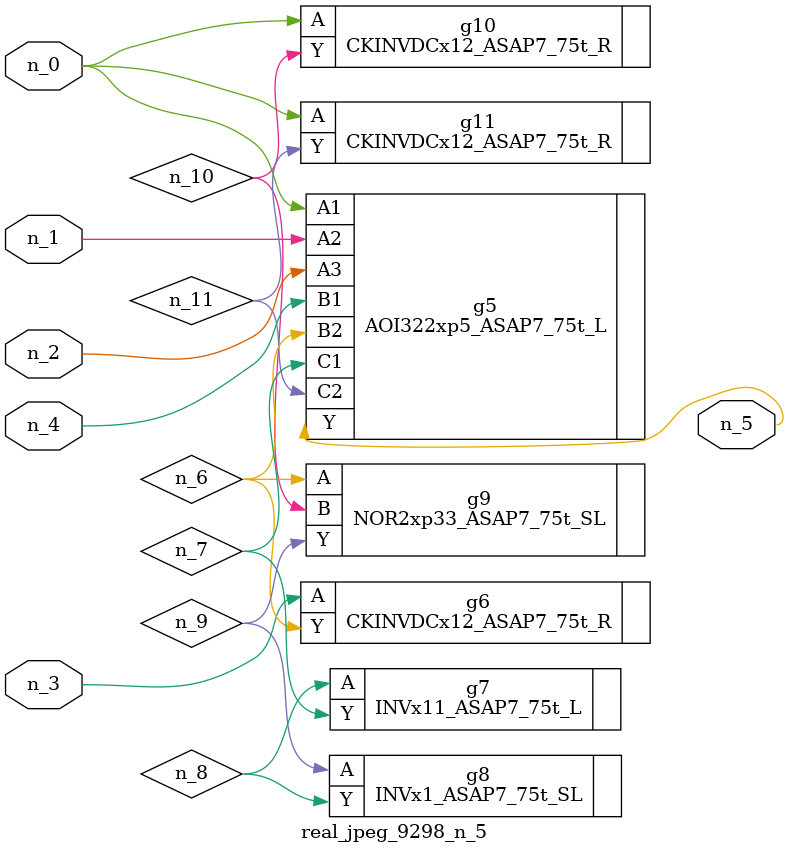
<source format=v>
module real_jpeg_9298_n_5 (n_4, n_0, n_1, n_2, n_3, n_5);

input n_4;
input n_0;
input n_1;
input n_2;
input n_3;

output n_5;

wire n_8;
wire n_11;
wire n_6;
wire n_7;
wire n_10;
wire n_9;

AOI322xp5_ASAP7_75t_L g5 ( 
.A1(n_0),
.A2(n_1),
.A3(n_2),
.B1(n_4),
.B2(n_6),
.C1(n_7),
.C2(n_11),
.Y(n_5)
);

CKINVDCx12_ASAP7_75t_R g10 ( 
.A(n_0),
.Y(n_10)
);

CKINVDCx12_ASAP7_75t_R g11 ( 
.A(n_0),
.Y(n_11)
);

CKINVDCx12_ASAP7_75t_R g6 ( 
.A(n_3),
.Y(n_6)
);

NOR2xp33_ASAP7_75t_SL g9 ( 
.A(n_6),
.B(n_10),
.Y(n_9)
);

INVx11_ASAP7_75t_L g7 ( 
.A(n_8),
.Y(n_7)
);

INVx1_ASAP7_75t_SL g8 ( 
.A(n_9),
.Y(n_8)
);


endmodule
</source>
